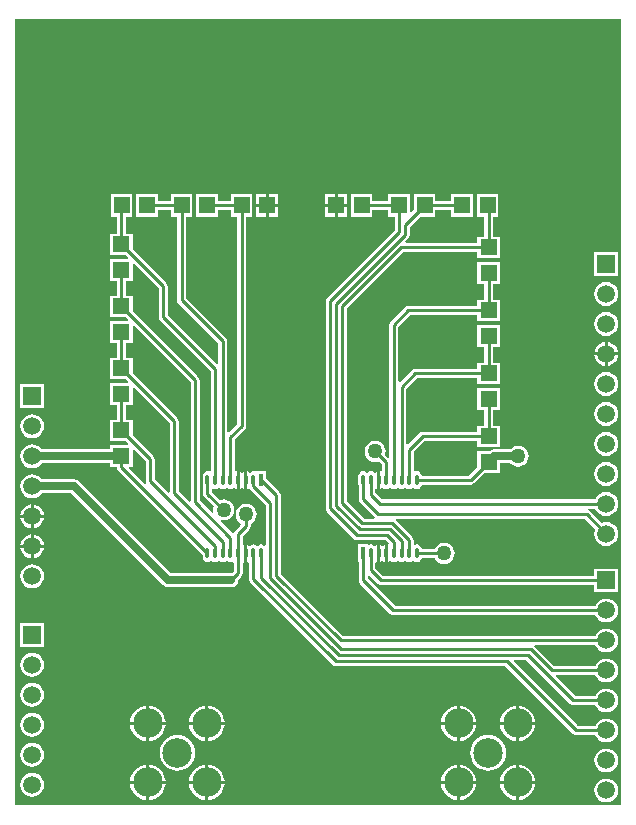
<source format=gtl>
%FSLAX25Y25*%
%MOIN*%
G70*
G01*
G75*
G04 Layer_Physical_Order=1*
G04 Layer_Color=255*
%ADD10R,0.05200X0.05600*%
%ADD11R,0.05600X0.05200*%
%ADD12O,0.01181X0.03937*%
%ADD13R,0.01181X0.03937*%
%ADD14C,0.01000*%
%ADD15C,0.02500*%
%ADD16C,0.09843*%
%ADD17R,0.05906X0.05906*%
%ADD18C,0.05906*%
%ADD19C,0.05000*%
G36*
X205000Y3000D02*
X3000D01*
Y265000D01*
X205000D01*
Y3000D01*
D02*
G37*
%LPC*%
G36*
X156688Y29815D02*
X151287D01*
Y24414D01*
X151948Y24479D01*
X153064Y24818D01*
X154093Y25368D01*
X154995Y26108D01*
X155735Y27009D01*
X156284Y28038D01*
X156623Y29154D01*
X156688Y29815D01*
D02*
G37*
G36*
X150287D02*
X144887D01*
X144952Y29154D01*
X145290Y28038D01*
X145840Y27009D01*
X146580Y26108D01*
X147482Y25368D01*
X148511Y24818D01*
X149627Y24479D01*
X150287Y24414D01*
Y29815D01*
D02*
G37*
G36*
X169973D02*
X164572D01*
X164637Y29154D01*
X164976Y28038D01*
X165525Y27009D01*
X166265Y26108D01*
X167167Y25368D01*
X168196Y24818D01*
X169312Y24479D01*
X169973Y24414D01*
Y29815D01*
D02*
G37*
G36*
X8661Y33830D02*
X7630Y33694D01*
X6668Y33295D01*
X5842Y32662D01*
X5209Y31836D01*
X4810Y30874D01*
X4674Y29843D01*
X4810Y28811D01*
X5209Y27849D01*
X5842Y27024D01*
X6668Y26390D01*
X7630Y25992D01*
X8661Y25856D01*
X9693Y25992D01*
X10655Y26390D01*
X11480Y27024D01*
X12114Y27849D01*
X12512Y28811D01*
X12648Y29843D01*
X12512Y30874D01*
X12114Y31836D01*
X11480Y32662D01*
X10655Y33295D01*
X9693Y33694D01*
X8661Y33830D01*
D02*
G37*
G36*
X176373Y29815D02*
X170973D01*
Y24414D01*
X171633Y24479D01*
X172749Y24818D01*
X173778Y25368D01*
X174680Y26108D01*
X175420Y27009D01*
X175970Y28038D01*
X176308Y29154D01*
X176373Y29815D01*
D02*
G37*
G36*
X46744D02*
X41343D01*
X41408Y29154D01*
X41747Y28038D01*
X42297Y27009D01*
X43037Y26108D01*
X43938Y25368D01*
X44967Y24818D01*
X46083Y24479D01*
X46744Y24414D01*
Y29815D01*
D02*
G37*
G36*
X8661Y23830D02*
X7630Y23694D01*
X6668Y23295D01*
X5842Y22662D01*
X5209Y21836D01*
X4810Y20875D01*
X4674Y19843D01*
X4810Y18811D01*
X5209Y17849D01*
X5842Y17023D01*
X6668Y16390D01*
X7630Y15992D01*
X8661Y15856D01*
X9693Y15992D01*
X10655Y16390D01*
X11480Y17023D01*
X12114Y17849D01*
X12512Y18811D01*
X12648Y19843D01*
X12512Y20875D01*
X12114Y21836D01*
X11480Y22662D01*
X10655Y23295D01*
X9693Y23694D01*
X8661Y23830D01*
D02*
G37*
G36*
X53145Y29815D02*
X47744D01*
Y24414D01*
X48405Y24479D01*
X49521Y24818D01*
X50550Y25368D01*
X51451Y26108D01*
X52191Y27009D01*
X52741Y28038D01*
X53080Y29154D01*
X53145Y29815D01*
D02*
G37*
G36*
X72830D02*
X67429D01*
Y24414D01*
X68090Y24479D01*
X69206Y24818D01*
X70235Y25368D01*
X71136Y26108D01*
X71876Y27009D01*
X72426Y28038D01*
X72765Y29154D01*
X72830Y29815D01*
D02*
G37*
G36*
X66429D02*
X61028D01*
X61094Y29154D01*
X61432Y28038D01*
X61982Y27009D01*
X62722Y26108D01*
X63624Y25368D01*
X64652Y24818D01*
X65768Y24479D01*
X66429Y24414D01*
Y29815D01*
D02*
G37*
G36*
X169973Y36216D02*
X169312Y36151D01*
X168196Y35812D01*
X167167Y35262D01*
X166265Y34522D01*
X165525Y33621D01*
X164976Y32592D01*
X164637Y31476D01*
X164572Y30815D01*
X169973D01*
Y36216D01*
D02*
G37*
G36*
X151287D02*
Y30815D01*
X156688D01*
X156623Y31476D01*
X156284Y32592D01*
X155735Y33621D01*
X154995Y34522D01*
X154093Y35262D01*
X153064Y35812D01*
X151948Y36151D01*
X151287Y36216D01*
D02*
G37*
G36*
X170973D02*
Y30815D01*
X176373D01*
X176308Y31476D01*
X175970Y32592D01*
X175420Y33621D01*
X174680Y34522D01*
X173778Y35262D01*
X172749Y35812D01*
X171633Y36151D01*
X170973Y36216D01*
D02*
G37*
G36*
X8661Y53829D02*
X7630Y53694D01*
X6668Y53295D01*
X5842Y52662D01*
X5209Y51836D01*
X4810Y50875D01*
X4674Y49843D01*
X4810Y48811D01*
X5209Y47849D01*
X5842Y47023D01*
X6668Y46390D01*
X7630Y45992D01*
X8661Y45856D01*
X9693Y45992D01*
X10655Y46390D01*
X11480Y47023D01*
X12114Y47849D01*
X12512Y48811D01*
X12648Y49843D01*
X12512Y50875D01*
X12114Y51836D01*
X11480Y52662D01*
X10655Y53295D01*
X9693Y53694D01*
X8661Y53829D01*
D02*
G37*
G36*
Y43830D02*
X7630Y43694D01*
X6668Y43295D01*
X5842Y42662D01*
X5209Y41836D01*
X4810Y40874D01*
X4674Y39843D01*
X4810Y38811D01*
X5209Y37849D01*
X5842Y37023D01*
X6668Y36390D01*
X7630Y35992D01*
X8661Y35856D01*
X9693Y35992D01*
X10655Y36390D01*
X11480Y37023D01*
X12114Y37849D01*
X12512Y38811D01*
X12648Y39843D01*
X12512Y40874D01*
X12114Y41836D01*
X11480Y42662D01*
X10655Y43295D01*
X9693Y43694D01*
X8661Y43830D01*
D02*
G37*
G36*
X47744Y36216D02*
Y30815D01*
X53145D01*
X53080Y31476D01*
X52741Y32592D01*
X52191Y33621D01*
X51451Y34522D01*
X50550Y35262D01*
X49521Y35812D01*
X48405Y36151D01*
X47744Y36216D01*
D02*
G37*
G36*
X46744D02*
X46083Y36151D01*
X44967Y35812D01*
X43938Y35262D01*
X43037Y34522D01*
X42297Y33621D01*
X41747Y32592D01*
X41408Y31476D01*
X41343Y30815D01*
X46744D01*
Y36216D01*
D02*
G37*
G36*
X66429D02*
X65768Y36151D01*
X64652Y35812D01*
X63624Y35262D01*
X62722Y34522D01*
X61982Y33621D01*
X61432Y32592D01*
X61094Y31476D01*
X61028Y30815D01*
X66429D01*
Y36216D01*
D02*
G37*
G36*
X150287D02*
X149627Y36151D01*
X148511Y35812D01*
X147482Y35262D01*
X146580Y34522D01*
X145840Y33621D01*
X145290Y32592D01*
X144952Y31476D01*
X144887Y30815D01*
X150287D01*
Y36216D01*
D02*
G37*
G36*
X67429D02*
Y30815D01*
X72830D01*
X72765Y31476D01*
X72426Y32592D01*
X71876Y33621D01*
X71136Y34522D01*
X70235Y35262D01*
X69206Y35812D01*
X68090Y36151D01*
X67429Y36216D01*
D02*
G37*
G36*
X160630Y26422D02*
X159469Y26308D01*
X158353Y25969D01*
X157324Y25420D01*
X156423Y24680D01*
X155683Y23778D01*
X155133Y22749D01*
X154794Y21633D01*
X154680Y20472D01*
X154794Y19312D01*
X155133Y18195D01*
X155683Y17167D01*
X156423Y16265D01*
X157324Y15525D01*
X158353Y14975D01*
X159469Y14637D01*
X160630Y14523D01*
X161791Y14637D01*
X162907Y14975D01*
X163936Y15525D01*
X164837Y16265D01*
X165577Y17167D01*
X166127Y18195D01*
X166466Y19312D01*
X166580Y20472D01*
X166466Y21633D01*
X166127Y22749D01*
X165577Y23778D01*
X164837Y24680D01*
X163936Y25420D01*
X162907Y25969D01*
X161791Y26308D01*
X160630Y26422D01*
D02*
G37*
G36*
X156688Y10130D02*
X151287D01*
Y4729D01*
X151948Y4794D01*
X153064Y5133D01*
X154093Y5683D01*
X154995Y6423D01*
X155735Y7324D01*
X156284Y8353D01*
X156623Y9469D01*
X156688Y10130D01*
D02*
G37*
G36*
X150287D02*
X144887D01*
X144952Y9469D01*
X145290Y8353D01*
X145840Y7324D01*
X146580Y6423D01*
X147482Y5683D01*
X148511Y5133D01*
X149627Y4794D01*
X150287Y4729D01*
Y10130D01*
D02*
G37*
G36*
X169973D02*
X164572D01*
X164637Y9469D01*
X164976Y8353D01*
X165525Y7324D01*
X166265Y6423D01*
X167167Y5683D01*
X168196Y5133D01*
X169312Y4794D01*
X169973Y4729D01*
Y10130D01*
D02*
G37*
G36*
X8661Y13829D02*
X7630Y13694D01*
X6668Y13295D01*
X5842Y12662D01*
X5209Y11836D01*
X4810Y10875D01*
X4674Y9843D01*
X4810Y8811D01*
X5209Y7849D01*
X5842Y7023D01*
X6668Y6390D01*
X7630Y5992D01*
X8661Y5856D01*
X9693Y5992D01*
X10655Y6390D01*
X11480Y7023D01*
X12114Y7849D01*
X12512Y8811D01*
X12648Y9843D01*
X12512Y10875D01*
X12114Y11836D01*
X11480Y12662D01*
X10655Y13295D01*
X9693Y13694D01*
X8661Y13829D01*
D02*
G37*
G36*
X176373Y10130D02*
X170973D01*
Y4729D01*
X171633Y4794D01*
X172749Y5133D01*
X173778Y5683D01*
X174680Y6423D01*
X175420Y7324D01*
X175970Y8353D01*
X176308Y9469D01*
X176373Y10130D01*
D02*
G37*
G36*
X46744D02*
X41343D01*
X41408Y9469D01*
X41747Y8353D01*
X42297Y7324D01*
X43037Y6423D01*
X43938Y5683D01*
X44967Y5133D01*
X46083Y4794D01*
X46744Y4729D01*
Y10130D01*
D02*
G37*
G36*
X200000Y11940D02*
X198968Y11804D01*
X198007Y11406D01*
X197181Y10772D01*
X196547Y9946D01*
X196149Y8985D01*
X196013Y7953D01*
X196149Y6921D01*
X196547Y5959D01*
X197181Y5134D01*
X198007Y4500D01*
X198968Y4102D01*
X200000Y3966D01*
X201032Y4102D01*
X201993Y4500D01*
X202819Y5134D01*
X203453Y5959D01*
X203851Y6921D01*
X203987Y7953D01*
X203851Y8985D01*
X203453Y9946D01*
X202819Y10772D01*
X201993Y11406D01*
X201032Y11804D01*
X200000Y11940D01*
D02*
G37*
G36*
X53145Y10130D02*
X47744D01*
Y4729D01*
X48405Y4794D01*
X49521Y5133D01*
X50550Y5683D01*
X51451Y6423D01*
X52191Y7324D01*
X52741Y8353D01*
X53080Y9469D01*
X53145Y10130D01*
D02*
G37*
G36*
X72830D02*
X67429D01*
Y4729D01*
X68090Y4794D01*
X69206Y5133D01*
X70235Y5683D01*
X71136Y6423D01*
X71876Y7324D01*
X72426Y8353D01*
X72765Y9469D01*
X72830Y10130D01*
D02*
G37*
G36*
X66429D02*
X61028D01*
X61094Y9469D01*
X61432Y8353D01*
X61982Y7324D01*
X62722Y6423D01*
X63624Y5683D01*
X64652Y5133D01*
X65768Y4794D01*
X66429Y4729D01*
Y10130D01*
D02*
G37*
G36*
X169973Y16531D02*
X169312Y16465D01*
X168196Y16127D01*
X167167Y15577D01*
X166265Y14837D01*
X165525Y13935D01*
X164976Y12907D01*
X164637Y11791D01*
X164572Y11130D01*
X169973D01*
Y16531D01*
D02*
G37*
G36*
X151287D02*
Y11130D01*
X156688D01*
X156623Y11791D01*
X156284Y12907D01*
X155735Y13935D01*
X154995Y14837D01*
X154093Y15577D01*
X153064Y16127D01*
X151948Y16465D01*
X151287Y16531D01*
D02*
G37*
G36*
X170973D02*
Y11130D01*
X176373D01*
X176308Y11791D01*
X175970Y12907D01*
X175420Y13935D01*
X174680Y14837D01*
X173778Y15577D01*
X172749Y16127D01*
X171633Y16465D01*
X170973Y16531D01*
D02*
G37*
G36*
X57087Y26422D02*
X55926Y26308D01*
X54810Y25969D01*
X53781Y25420D01*
X52879Y24680D01*
X52139Y23778D01*
X51590Y22749D01*
X51251Y21633D01*
X51137Y20472D01*
X51251Y19312D01*
X51590Y18195D01*
X52139Y17167D01*
X52879Y16265D01*
X53781Y15525D01*
X54810Y14975D01*
X55926Y14637D01*
X57087Y14523D01*
X58247Y14637D01*
X59364Y14975D01*
X60392Y15525D01*
X61294Y16265D01*
X62034Y17167D01*
X62584Y18195D01*
X62922Y19312D01*
X63037Y20472D01*
X62922Y21633D01*
X62584Y22749D01*
X62034Y23778D01*
X61294Y24680D01*
X60392Y25420D01*
X59364Y25969D01*
X58247Y26308D01*
X57087Y26422D01*
D02*
G37*
G36*
X200000Y21940D02*
X198968Y21804D01*
X198007Y21406D01*
X197181Y20772D01*
X196547Y19946D01*
X196149Y18985D01*
X196013Y17953D01*
X196149Y16921D01*
X196547Y15959D01*
X197181Y15134D01*
X198007Y14500D01*
X198968Y14102D01*
X200000Y13966D01*
X201032Y14102D01*
X201993Y14500D01*
X202819Y15134D01*
X203453Y15959D01*
X203851Y16921D01*
X203987Y17953D01*
X203851Y18985D01*
X203453Y19946D01*
X202819Y20772D01*
X201993Y21406D01*
X201032Y21804D01*
X200000Y21940D01*
D02*
G37*
G36*
X47744Y16531D02*
Y11130D01*
X53145D01*
X53080Y11791D01*
X52741Y12907D01*
X52191Y13935D01*
X51451Y14837D01*
X50550Y15577D01*
X49521Y16127D01*
X48405Y16465D01*
X47744Y16531D01*
D02*
G37*
G36*
X46744D02*
X46083Y16465D01*
X44967Y16127D01*
X43938Y15577D01*
X43037Y14837D01*
X42297Y13935D01*
X41747Y12907D01*
X41408Y11791D01*
X41343Y11130D01*
X46744D01*
Y16531D01*
D02*
G37*
G36*
X66429D02*
X65768Y16465D01*
X64652Y16127D01*
X63624Y15577D01*
X62722Y14837D01*
X61982Y13935D01*
X61432Y12907D01*
X61094Y11791D01*
X61028Y11130D01*
X66429D01*
Y16531D01*
D02*
G37*
G36*
X150287D02*
X149627Y16465D01*
X148511Y16127D01*
X147482Y15577D01*
X146580Y14837D01*
X145840Y13935D01*
X145290Y12907D01*
X144952Y11791D01*
X144887Y11130D01*
X150287D01*
Y16531D01*
D02*
G37*
G36*
X67429D02*
Y11130D01*
X72830D01*
X72765Y11791D01*
X72426Y12907D01*
X71876Y13935D01*
X71136Y14837D01*
X70235Y15577D01*
X69206Y16127D01*
X68090Y16465D01*
X67429Y16531D01*
D02*
G37*
G36*
X200500Y157386D02*
Y153965D01*
X203921D01*
X203851Y154497D01*
X203453Y155458D01*
X202819Y156284D01*
X201993Y156917D01*
X201032Y157316D01*
X200500Y157386D01*
D02*
G37*
G36*
X199500D02*
X198968Y157316D01*
X198007Y156917D01*
X197181Y156284D01*
X196547Y155458D01*
X196149Y154497D01*
X196079Y153965D01*
X199500D01*
Y157386D01*
D02*
G37*
G36*
X200000Y167452D02*
X198968Y167316D01*
X198007Y166917D01*
X197181Y166284D01*
X196547Y165458D01*
X196149Y164497D01*
X196013Y163465D01*
X196149Y162433D01*
X196547Y161471D01*
X197181Y160645D01*
X198007Y160012D01*
X198968Y159614D01*
X200000Y159478D01*
X201032Y159614D01*
X201993Y160012D01*
X202819Y160645D01*
X203453Y161471D01*
X203851Y162433D01*
X203987Y163465D01*
X203851Y164497D01*
X203453Y165458D01*
X202819Y166284D01*
X201993Y166917D01*
X201032Y167316D01*
X200000Y167452D01*
D02*
G37*
G36*
Y177452D02*
X198968Y177316D01*
X198007Y176917D01*
X197181Y176284D01*
X196547Y175458D01*
X196149Y174496D01*
X196013Y173465D01*
X196149Y172433D01*
X196547Y171471D01*
X197181Y170645D01*
X198007Y170012D01*
X198968Y169614D01*
X200000Y169478D01*
X201032Y169614D01*
X201993Y170012D01*
X202819Y170645D01*
X203453Y171471D01*
X203851Y172433D01*
X203987Y173465D01*
X203851Y174496D01*
X203453Y175458D01*
X202819Y176284D01*
X201993Y176917D01*
X201032Y177316D01*
X200000Y177452D01*
D02*
G37*
G36*
X164674Y184100D02*
X157074D01*
Y176900D01*
X159345D01*
Y171600D01*
X157074D01*
Y169529D01*
X134000D01*
X133415Y169413D01*
X132919Y169081D01*
X128155Y164318D01*
X127823Y163822D01*
X127707Y163236D01*
Y119109D01*
X127245Y118918D01*
X126312Y119851D01*
X126410Y120086D01*
X126530Y121000D01*
X126410Y121914D01*
X126057Y122765D01*
X125496Y123496D01*
X124765Y124057D01*
X123914Y124410D01*
X123000Y124530D01*
X122086Y124410D01*
X121235Y124057D01*
X120504Y123496D01*
X119943Y122765D01*
X119590Y121914D01*
X119470Y121000D01*
X119590Y120086D01*
X119943Y119235D01*
X120504Y118504D01*
X121235Y117943D01*
X122086Y117590D01*
X123000Y117470D01*
X123914Y117590D01*
X124149Y117688D01*
X125148Y116689D01*
Y114504D01*
X124739Y114286D01*
X124618Y114310D01*
Y111409D01*
Y108509D01*
X124739Y108533D01*
X125265Y108885D01*
X125530D01*
X126057Y108533D01*
X126677Y108410D01*
X127298Y108533D01*
X127824Y108885D01*
X128090D01*
X128616Y108533D01*
X129236Y108410D01*
X129857Y108533D01*
X130383Y108885D01*
X130649D01*
X131175Y108533D01*
X131795Y108410D01*
X132416Y108533D01*
X132942Y108885D01*
X133208D01*
X133734Y108533D01*
X134354Y108410D01*
X134975Y108533D01*
X135501Y108885D01*
X135767D01*
X136293Y108533D01*
X136914Y108410D01*
X137534Y108533D01*
X138060Y108885D01*
X138412Y109411D01*
X138505Y109880D01*
X154783D01*
X155369Y109996D01*
X155865Y110328D01*
X155865Y110328D01*
X155865Y110328D01*
X159437Y113900D01*
X164674D01*
Y117076D01*
X167979D01*
X168134Y116874D01*
X168865Y116313D01*
X169716Y115960D01*
X170630Y115840D01*
X171544Y115960D01*
X172395Y116313D01*
X173126Y116874D01*
X173687Y117605D01*
X174040Y118456D01*
X174160Y119370D01*
X174040Y120284D01*
X173687Y121135D01*
X173126Y121866D01*
X172395Y122427D01*
X171544Y122780D01*
X170630Y122900D01*
X169716Y122780D01*
X168865Y122427D01*
X168134Y121866D01*
X167979Y121664D01*
X162744D01*
X161866Y121490D01*
X161283Y121100D01*
X157074D01*
Y115863D01*
X154150Y112939D01*
X138505D01*
X138412Y113408D01*
X138060Y113934D01*
X137534Y114286D01*
X136914Y114409D01*
X136293Y114286D01*
X135884Y114504D01*
Y120925D01*
X139429Y124471D01*
X157074D01*
Y122400D01*
X164674D01*
Y129600D01*
X162403D01*
Y134900D01*
X164674D01*
Y142100D01*
X157074D01*
Y134900D01*
X159345D01*
Y129600D01*
X157074D01*
Y127529D01*
X138795D01*
X138210Y127413D01*
X137714Y127081D01*
X133787Y123154D01*
X133325Y123346D01*
Y141926D01*
X136870Y145471D01*
X157074D01*
Y143400D01*
X164674D01*
Y150600D01*
X162403D01*
Y155900D01*
X164674D01*
Y163100D01*
X157074D01*
Y155900D01*
X159345D01*
Y150600D01*
X157074D01*
Y148529D01*
X136236D01*
X135651Y148413D01*
X135155Y148081D01*
X131228Y144154D01*
X130766Y144346D01*
Y162603D01*
X134634Y166471D01*
X157074D01*
Y164400D01*
X164674D01*
Y171600D01*
X162403D01*
Y176900D01*
X164674D01*
Y184100D01*
D02*
G37*
G36*
X12614Y143323D02*
X4709D01*
Y135417D01*
X12614D01*
Y143323D01*
D02*
G37*
G36*
X200000Y137452D02*
X198968Y137316D01*
X198007Y136917D01*
X197181Y136284D01*
X196547Y135458D01*
X196149Y134496D01*
X196013Y133465D01*
X196149Y132433D01*
X196547Y131471D01*
X197181Y130646D01*
X198007Y130012D01*
X198968Y129614D01*
X200000Y129478D01*
X201032Y129614D01*
X201993Y130012D01*
X202819Y130646D01*
X203453Y131471D01*
X203851Y132433D01*
X203987Y133465D01*
X203851Y134496D01*
X203453Y135458D01*
X202819Y136284D01*
X201993Y136917D01*
X201032Y137316D01*
X200000Y137452D01*
D02*
G37*
G36*
Y147451D02*
X198968Y147316D01*
X198007Y146917D01*
X197181Y146284D01*
X196547Y145458D01*
X196149Y144497D01*
X196013Y143465D01*
X196149Y142433D01*
X196547Y141471D01*
X197181Y140646D01*
X198007Y140012D01*
X198968Y139614D01*
X200000Y139478D01*
X201032Y139614D01*
X201993Y140012D01*
X202819Y140646D01*
X203453Y141471D01*
X203851Y142433D01*
X203987Y143465D01*
X203851Y144497D01*
X203453Y145458D01*
X202819Y146284D01*
X201993Y146917D01*
X201032Y147316D01*
X200000Y147451D01*
D02*
G37*
G36*
X203921Y152965D02*
X200500D01*
Y149544D01*
X201032Y149614D01*
X201993Y150012D01*
X202819Y150645D01*
X203453Y151471D01*
X203851Y152433D01*
X203921Y152965D01*
D02*
G37*
G36*
X199500D02*
X196079D01*
X196149Y152433D01*
X196547Y151471D01*
X197181Y150645D01*
X198007Y150012D01*
X198968Y149614D01*
X199500Y149544D01*
Y152965D01*
D02*
G37*
G36*
X203953Y187417D02*
X196047D01*
Y179512D01*
X203953D01*
Y187417D01*
D02*
G37*
G36*
X113600Y206800D02*
X110500D01*
Y203500D01*
X113600D01*
Y206800D01*
D02*
G37*
G36*
X109500D02*
X106400D01*
Y203500D01*
X109500D01*
Y206800D01*
D02*
G37*
G36*
X86500Y206800D02*
X83400D01*
Y203500D01*
X86500D01*
Y206800D01*
D02*
G37*
G36*
X82100D02*
X74900D01*
Y204530D01*
X70600D01*
Y206800D01*
X63400D01*
Y199200D01*
X70600D01*
Y201471D01*
X74900D01*
Y199200D01*
X76971D01*
Y130134D01*
X74196Y127359D01*
X73734Y127550D01*
Y157795D01*
X73618Y158380D01*
X73286Y158877D01*
X60029Y172134D01*
Y199200D01*
X62100D01*
Y206800D01*
X54900D01*
Y204530D01*
X50600D01*
Y206800D01*
X43400D01*
Y199200D01*
X50600D01*
Y201471D01*
X54900D01*
Y199200D01*
X56971D01*
Y171500D01*
X56971Y171500D01*
X56971D01*
X57087Y170915D01*
X57419Y170419D01*
X70675Y157162D01*
Y150141D01*
X70213Y149950D01*
X53868Y166295D01*
Y176000D01*
X53752Y176585D01*
X53420Y177081D01*
X42170Y188331D01*
Y193569D01*
X39899D01*
Y199200D01*
X42100D01*
Y206800D01*
X34900D01*
Y199200D01*
X36841D01*
Y193569D01*
X34570D01*
Y186369D01*
X39807D01*
X40645Y185530D01*
X40454Y185069D01*
X34570D01*
Y177869D01*
X36841D01*
Y172902D01*
X34570D01*
Y165702D01*
X39807D01*
X40645Y164864D01*
X40454Y164402D01*
X34570D01*
Y157202D01*
X36841D01*
Y152235D01*
X34570D01*
Y145035D01*
X39807D01*
X40645Y144197D01*
X40454Y143735D01*
X34570D01*
Y136535D01*
X36841D01*
Y131569D01*
X34570D01*
Y124369D01*
X39807D01*
X40645Y123530D01*
X40454Y123069D01*
X34570D01*
Y121664D01*
X11883D01*
X11480Y122189D01*
X10655Y122823D01*
X9693Y123221D01*
X8661Y123357D01*
X7630Y123221D01*
X6668Y122823D01*
X5842Y122189D01*
X5209Y121363D01*
X4810Y120402D01*
X4674Y119370D01*
X4810Y118338D01*
X5209Y117377D01*
X5842Y116551D01*
X6668Y115917D01*
X7630Y115519D01*
X8661Y115383D01*
X9693Y115519D01*
X10655Y115917D01*
X11480Y116551D01*
X11883Y117076D01*
X34570D01*
Y115869D01*
X36841D01*
Y115717D01*
X36957Y115131D01*
X37289Y114635D01*
X65465Y86459D01*
Y85622D01*
X65588Y85001D01*
X65940Y84475D01*
X66466Y84124D01*
X67086Y84000D01*
X67707Y84124D01*
X68233Y84475D01*
X68499D01*
X69025Y84124D01*
X69646Y84000D01*
X70266Y84124D01*
X70792Y84475D01*
X71058D01*
X71584Y84124D01*
X72205Y84000D01*
X72825Y84124D01*
X73351Y84475D01*
X73617D01*
X74143Y84124D01*
X74764Y84000D01*
X75384Y84124D01*
X75793Y83905D01*
Y80956D01*
X75109Y80272D01*
X75000Y80294D01*
X54950D01*
X24252Y110992D01*
X23508Y111489D01*
X22630Y111664D01*
X11883D01*
X11480Y112189D01*
X10655Y112823D01*
X9693Y113221D01*
X8661Y113357D01*
X7630Y113221D01*
X6668Y112823D01*
X5842Y112189D01*
X5209Y111363D01*
X4810Y110402D01*
X4674Y109370D01*
X4810Y108338D01*
X5209Y107377D01*
X5842Y106551D01*
X6668Y105917D01*
X7630Y105519D01*
X8661Y105383D01*
X9693Y105519D01*
X10655Y105917D01*
X11480Y106551D01*
X11883Y107076D01*
X21680D01*
X52378Y76378D01*
X52378D01*
X52378Y76378D01*
X52378Y76378D01*
Y76378D01*
X53122Y75881D01*
X54000Y75706D01*
X75000D01*
X75878Y75881D01*
X76622Y76378D01*
X77119Y77122D01*
X77294Y78000D01*
X77272Y78109D01*
X78404Y79242D01*
X78736Y79738D01*
X78755Y79835D01*
X78852Y80323D01*
Y83905D01*
X79261Y84124D01*
X79382Y84100D01*
Y87000D01*
Y89900D01*
X79261Y89876D01*
X78852Y90095D01*
Y92689D01*
X81081Y94919D01*
X81413Y95415D01*
X81529Y96000D01*
X81529Y96000D01*
X81529Y96000D01*
Y96000D01*
Y96845D01*
X81765Y96943D01*
X82496Y97504D01*
X83057Y98235D01*
X83410Y99086D01*
X83530Y100000D01*
X83410Y100914D01*
X83057Y101765D01*
X82496Y102496D01*
X81765Y103057D01*
X80914Y103410D01*
X80000Y103530D01*
X79086Y103410D01*
X78235Y103057D01*
X77504Y102496D01*
X76943Y101765D01*
X76590Y100914D01*
X76470Y100000D01*
X76590Y99086D01*
X76943Y98235D01*
X77504Y97504D01*
X78235Y96943D01*
X77850Y96013D01*
X76241Y94404D01*
X75910Y93908D01*
X75905Y93882D01*
X75426Y93737D01*
X71541Y97622D01*
X71762Y98070D01*
X72496Y97974D01*
X73410Y98094D01*
X74261Y98447D01*
X74993Y99007D01*
X75554Y99739D01*
X75906Y100590D01*
X76026Y101504D01*
X75906Y102418D01*
X75554Y103269D01*
X74993Y104000D01*
X74261Y104561D01*
X73410Y104914D01*
X72496Y105034D01*
X71583Y104914D01*
X71347Y104816D01*
X68616Y107547D01*
Y108315D01*
X69025Y108533D01*
X69646Y108410D01*
X70266Y108533D01*
X70792Y108885D01*
X71058D01*
X71584Y108533D01*
X72205Y108410D01*
X72825Y108533D01*
X73351Y108885D01*
X73617D01*
X74143Y108533D01*
X74764Y108410D01*
X75384Y108533D01*
X75910Y108885D01*
X76176D01*
X76702Y108533D01*
X76823Y108509D01*
Y111409D01*
Y114310D01*
X76702Y114286D01*
X76293Y114504D01*
Y125130D01*
X79581Y128419D01*
X79913Y128915D01*
X80029Y129500D01*
X80029Y129500D01*
X80029Y129500D01*
Y129500D01*
Y199200D01*
X82100D01*
Y206800D01*
D02*
G37*
G36*
X90600D02*
X87500D01*
Y203500D01*
X90600D01*
Y206800D01*
D02*
G37*
G36*
X113600Y202500D02*
X110500D01*
Y199200D01*
X113600D01*
Y202500D01*
D02*
G37*
G36*
X109500D02*
X106400D01*
Y199200D01*
X109500D01*
Y202500D01*
D02*
G37*
G36*
X164100Y206800D02*
X156900D01*
Y199200D01*
X159345D01*
Y192600D01*
X157074D01*
Y190529D01*
X133174D01*
X132983Y190991D01*
X134081Y192090D01*
X134413Y192586D01*
X134529Y193172D01*
X134529Y193172D01*
X134529Y193172D01*
Y193172D01*
Y195867D01*
X137863Y199200D01*
X143100D01*
Y201471D01*
X148400D01*
Y199200D01*
X155600D01*
Y206800D01*
X148400D01*
Y204529D01*
X143100D01*
Y206800D01*
X135900D01*
Y201563D01*
X135062Y200725D01*
X134600Y200916D01*
Y206800D01*
X127400D01*
Y204529D01*
X122100D01*
Y206800D01*
X114900D01*
Y199200D01*
X122100D01*
Y201470D01*
X127400D01*
Y199200D01*
X129471D01*
Y194633D01*
X106919Y172081D01*
X106587Y171585D01*
X106471Y171000D01*
Y102000D01*
X106587Y101415D01*
X106919Y100919D01*
X115919Y91919D01*
X115919D01*
X115919Y91919D01*
X115919Y91918D01*
Y91919D01*
X116415Y91587D01*
X117000Y91471D01*
X126366D01*
X127516Y90321D01*
X127281Y89880D01*
X127177Y89900D01*
Y87000D01*
Y84100D01*
X127298Y84124D01*
X127824Y84475D01*
X128090D01*
X128616Y84124D01*
X129236Y84000D01*
X129857Y84124D01*
X130383Y84475D01*
X130649D01*
X131175Y84124D01*
X131795Y84000D01*
X132416Y84124D01*
X132942Y84475D01*
X133208D01*
X133734Y84124D01*
X134354Y84000D01*
X134975Y84124D01*
X135501Y84475D01*
X135767D01*
X136293Y84124D01*
X136914Y84000D01*
X137534Y84124D01*
X138060Y84475D01*
X138412Y85001D01*
X138505Y85471D01*
X142845D01*
X142943Y85235D01*
X143504Y84504D01*
X144235Y83943D01*
X145086Y83590D01*
X146000Y83470D01*
X146914Y83590D01*
X147765Y83943D01*
X148496Y84504D01*
X149057Y85235D01*
X149410Y86086D01*
X149530Y87000D01*
X149410Y87914D01*
X149057Y88765D01*
X148496Y89496D01*
X147765Y90057D01*
X146914Y90410D01*
X146000Y90530D01*
X145086Y90410D01*
X144235Y90057D01*
X143504Y89496D01*
X142943Y88765D01*
X142845Y88529D01*
X138505D01*
X138412Y88999D01*
X138060Y89525D01*
X137534Y89876D01*
X136914Y90000D01*
X136293Y89876D01*
X135884Y90095D01*
Y91303D01*
X135767Y91888D01*
X135436Y92384D01*
X129811Y98009D01*
X130002Y98471D01*
X192831D01*
X196341Y94960D01*
X196149Y94497D01*
X196013Y93465D01*
X196149Y92433D01*
X196547Y91471D01*
X197181Y90645D01*
X198007Y90012D01*
X198968Y89614D01*
X200000Y89478D01*
X201032Y89614D01*
X201993Y90012D01*
X202819Y90645D01*
X203453Y91471D01*
X203851Y92433D01*
X203987Y93465D01*
X203851Y94497D01*
X203453Y95458D01*
X202819Y96284D01*
X201993Y96917D01*
X201032Y97316D01*
X200000Y97452D01*
X198968Y97316D01*
X198504Y97123D01*
X194546Y101081D01*
X194050Y101413D01*
X193926Y101438D01*
X193975Y101935D01*
X196355D01*
X196547Y101471D01*
X197181Y100645D01*
X198007Y100012D01*
X198968Y99614D01*
X200000Y99478D01*
X201032Y99614D01*
X201993Y100012D01*
X202819Y100645D01*
X203453Y101471D01*
X203851Y102433D01*
X203987Y103465D01*
X203851Y104497D01*
X203453Y105458D01*
X202819Y106284D01*
X201993Y106917D01*
X201032Y107316D01*
X200000Y107451D01*
X198968Y107316D01*
X198007Y106917D01*
X197181Y106284D01*
X196547Y105458D01*
X196355Y104994D01*
X125169D01*
X123089Y107074D01*
Y108315D01*
X123497Y108533D01*
X123618Y108509D01*
Y111409D01*
Y114310D01*
X123497Y114286D01*
X122971Y113934D01*
X122706D01*
X122180Y114286D01*
X121559Y114409D01*
X120939Y114286D01*
X120412Y113934D01*
X120147D01*
X119621Y114286D01*
X119000Y114409D01*
X118379Y114286D01*
X117853Y113934D01*
X117502Y113408D01*
X117378Y112787D01*
Y110031D01*
X117471Y109567D01*
Y105000D01*
X117471Y105000D01*
X117471D01*
X117587Y104415D01*
X117919Y103919D01*
X122846Y98991D01*
X122654Y98529D01*
X119290D01*
X113529Y104290D01*
Y168710D01*
X132290Y187471D01*
X157074D01*
Y185400D01*
X164674D01*
Y192600D01*
X162403D01*
Y199200D01*
X164100D01*
Y206800D01*
D02*
G37*
G36*
X90600Y202500D02*
X87500D01*
Y199200D01*
X90600D01*
Y202500D01*
D02*
G37*
G36*
X86500D02*
X83400D01*
Y199200D01*
X86500D01*
Y202500D01*
D02*
G37*
G36*
X8161Y93291D02*
X7630Y93221D01*
X6668Y92823D01*
X5842Y92189D01*
X5209Y91363D01*
X4810Y90402D01*
X4740Y89870D01*
X8161D01*
Y93291D01*
D02*
G37*
G36*
X121559Y90000D02*
X120939Y89876D01*
X120861Y89824D01*
X120591Y89969D01*
Y89969D01*
X120591Y89969D01*
X117410D01*
Y84032D01*
X117471D01*
Y78000D01*
X117471Y78000D01*
X117471D01*
X117587Y77415D01*
X117919Y76919D01*
X127966Y66871D01*
X127966D01*
X127966Y66871D01*
X127966Y66871D01*
Y66871D01*
X128462Y66540D01*
X129047Y66423D01*
X196355D01*
X196547Y65959D01*
X197181Y65134D01*
X198007Y64500D01*
X198968Y64102D01*
X200000Y63966D01*
X201032Y64102D01*
X201993Y64500D01*
X202819Y65134D01*
X203453Y65959D01*
X203851Y66921D01*
X203987Y67953D01*
X203851Y68985D01*
X203453Y69946D01*
X202819Y70772D01*
X201993Y71406D01*
X201032Y71804D01*
X200000Y71940D01*
X198968Y71804D01*
X198007Y71406D01*
X197181Y70772D01*
X196547Y69946D01*
X196355Y69482D01*
X129681D01*
X120529Y78633D01*
Y79654D01*
X120991Y79846D01*
X123966Y76871D01*
X123966D01*
X123966Y76871D01*
X123966Y76871D01*
Y76871D01*
X124462Y76540D01*
X125047Y76423D01*
X196047D01*
Y74000D01*
X203953D01*
Y81906D01*
X196047D01*
Y79482D01*
X125681D01*
X123089Y82074D01*
Y83905D01*
X123497Y84124D01*
X123618Y84100D01*
Y87000D01*
Y89900D01*
X123497Y89876D01*
X122971Y89525D01*
X122706D01*
X122180Y89876D01*
X121559Y90000D01*
D02*
G37*
G36*
X9161Y93291D02*
Y89870D01*
X12582D01*
X12512Y90402D01*
X12114Y91363D01*
X11480Y92189D01*
X10655Y92823D01*
X9693Y93221D01*
X9161Y93291D01*
D02*
G37*
G36*
X12582Y98870D02*
X9161D01*
Y95449D01*
X9693Y95519D01*
X10655Y95917D01*
X11480Y96551D01*
X12114Y97377D01*
X12512Y98338D01*
X12582Y98870D01*
D02*
G37*
G36*
X8161D02*
X4740D01*
X4810Y98338D01*
X5209Y97377D01*
X5842Y96551D01*
X6668Y95917D01*
X7630Y95519D01*
X8161Y95449D01*
Y98870D01*
D02*
G37*
G36*
X8661Y83357D02*
X7630Y83221D01*
X6668Y82823D01*
X5842Y82189D01*
X5209Y81363D01*
X4810Y80402D01*
X4674Y79370D01*
X4810Y78338D01*
X5209Y77377D01*
X5842Y76551D01*
X6668Y75917D01*
X7630Y75519D01*
X8661Y75383D01*
X9693Y75519D01*
X10655Y75917D01*
X11480Y76551D01*
X12114Y77377D01*
X12512Y78338D01*
X12648Y79370D01*
X12512Y80402D01*
X12114Y81363D01*
X11480Y82189D01*
X10655Y82823D01*
X9693Y83221D01*
X8661Y83357D01*
D02*
G37*
G36*
X12614Y63795D02*
X4709D01*
Y55890D01*
X12614D01*
Y63795D01*
D02*
G37*
G36*
X8161Y88870D02*
X4740D01*
X4810Y88338D01*
X5209Y87377D01*
X5842Y86551D01*
X6668Y85917D01*
X7630Y85519D01*
X8161Y85449D01*
Y88870D01*
D02*
G37*
G36*
X126177Y89900D02*
X126057Y89876D01*
X125530Y89525D01*
X125265D01*
X124739Y89876D01*
X124618Y89900D01*
Y87000D01*
Y84100D01*
X124739Y84124D01*
X125265Y84475D01*
X125530D01*
X126057Y84124D01*
X126177Y84100D01*
Y87000D01*
Y89900D01*
D02*
G37*
G36*
X12582Y88870D02*
X9161D01*
Y85449D01*
X9693Y85519D01*
X10655Y85917D01*
X11480Y86551D01*
X12114Y87377D01*
X12512Y88338D01*
X12582Y88870D01*
D02*
G37*
G36*
X8161Y103291D02*
X7630Y103221D01*
X6668Y102823D01*
X5842Y102189D01*
X5209Y101363D01*
X4810Y100402D01*
X4740Y99870D01*
X8161D01*
Y103291D01*
D02*
G37*
G36*
X200000Y117452D02*
X198968Y117316D01*
X198007Y116917D01*
X197181Y116284D01*
X196547Y115458D01*
X196149Y114497D01*
X196013Y113465D01*
X196149Y112433D01*
X196547Y111471D01*
X197181Y110645D01*
X198007Y110012D01*
X198968Y109614D01*
X200000Y109478D01*
X201032Y109614D01*
X201993Y110012D01*
X202819Y110645D01*
X203453Y111471D01*
X203851Y112433D01*
X203987Y113465D01*
X203851Y114497D01*
X203453Y115458D01*
X202819Y116284D01*
X201993Y116917D01*
X201032Y117316D01*
X200000Y117452D01*
D02*
G37*
G36*
X79382Y114310D02*
X79261Y114286D01*
X78735Y113934D01*
X78470D01*
X77943Y114286D01*
X77823Y114310D01*
Y111409D01*
Y108509D01*
X77943Y108533D01*
X78470Y108885D01*
X78735D01*
X79261Y108533D01*
X79382Y108509D01*
Y111409D01*
Y114310D01*
D02*
G37*
G36*
X82441Y114409D02*
X81820Y114286D01*
X81294Y113934D01*
X81029D01*
X80502Y114286D01*
X80382Y114310D01*
Y111409D01*
Y108509D01*
X80502Y108533D01*
X80860Y108772D01*
X81028Y108703D01*
X81359Y108207D01*
X86471Y103095D01*
Y89839D01*
X86030Y89603D01*
X85620Y89876D01*
X85000Y90000D01*
X84379Y89876D01*
X83853Y89525D01*
X83588D01*
X83061Y89876D01*
X82441Y90000D01*
X81820Y89876D01*
X81294Y89525D01*
X81029D01*
X80502Y89876D01*
X80382Y89900D01*
Y87000D01*
Y84100D01*
X80502Y84124D01*
X80911Y83905D01*
Y78559D01*
X80911Y78559D01*
X80911D01*
X81028Y77974D01*
X81359Y77478D01*
X108919Y49919D01*
X109415Y49587D01*
X109512Y49568D01*
X110000Y49471D01*
X166367D01*
X188966Y26871D01*
X189462Y26540D01*
X190047Y26423D01*
X196355D01*
X196547Y25959D01*
X197181Y25134D01*
X198007Y24500D01*
X198968Y24102D01*
X200000Y23966D01*
X201032Y24102D01*
X201993Y24500D01*
X202819Y25134D01*
X203453Y25959D01*
X203851Y26921D01*
X203987Y27953D01*
X203851Y28985D01*
X203453Y29946D01*
X202819Y30772D01*
X201993Y31405D01*
X201032Y31804D01*
X200000Y31940D01*
X198968Y31804D01*
X198007Y31405D01*
X197181Y30772D01*
X196547Y29946D01*
X196355Y29482D01*
X190681D01*
X169154Y51009D01*
X169346Y51471D01*
X173366D01*
X187966Y36871D01*
X188462Y36540D01*
X188559Y36520D01*
X189047Y36423D01*
X196355D01*
X196547Y35959D01*
X197181Y35134D01*
X198007Y34500D01*
X198968Y34102D01*
X200000Y33966D01*
X201032Y34102D01*
X201993Y34500D01*
X202819Y35134D01*
X203453Y35959D01*
X203851Y36921D01*
X203987Y37953D01*
X203851Y38985D01*
X203453Y39946D01*
X202819Y40772D01*
X201993Y41405D01*
X201032Y41804D01*
X200000Y41940D01*
X198968Y41804D01*
X198007Y41405D01*
X197181Y40772D01*
X196547Y39946D01*
X196355Y39482D01*
X189681D01*
X183201Y45961D01*
X183393Y46423D01*
X196355D01*
X196547Y45959D01*
X197181Y45134D01*
X198007Y44500D01*
X198968Y44102D01*
X200000Y43966D01*
X201032Y44102D01*
X201993Y44500D01*
X202819Y45134D01*
X203453Y45959D01*
X203851Y46921D01*
X203987Y47953D01*
X203851Y48985D01*
X203453Y49946D01*
X202819Y50772D01*
X201993Y51406D01*
X201032Y51804D01*
X200000Y51940D01*
X198968Y51804D01*
X198007Y51406D01*
X197181Y50772D01*
X196547Y49946D01*
X196355Y49482D01*
X182509D01*
X176030Y55962D01*
X176221Y56423D01*
X196355D01*
X196547Y55959D01*
X197181Y55134D01*
X198007Y54500D01*
X198968Y54102D01*
X200000Y53966D01*
X201032Y54102D01*
X201993Y54500D01*
X202819Y55134D01*
X203453Y55959D01*
X203851Y56921D01*
X203987Y57953D01*
X203851Y58985D01*
X203453Y59946D01*
X202819Y60772D01*
X201993Y61405D01*
X201032Y61804D01*
X200000Y61940D01*
X198968Y61804D01*
X198007Y61405D01*
X197181Y60772D01*
X196547Y59946D01*
X196355Y59482D01*
X112166D01*
X91529Y80119D01*
Y106409D01*
X91413Y106995D01*
X91081Y107491D01*
X86590Y111982D01*
Y114378D01*
X83409D01*
X83409Y114378D01*
Y114378D01*
X83139Y114234D01*
X83061Y114286D01*
X82441Y114409D01*
D02*
G37*
G36*
X8661Y133357D02*
X7630Y133221D01*
X6668Y132823D01*
X5842Y132189D01*
X5209Y131363D01*
X4810Y130402D01*
X4674Y129370D01*
X4810Y128338D01*
X5209Y127377D01*
X5842Y126551D01*
X6668Y125917D01*
X7630Y125519D01*
X8661Y125383D01*
X9693Y125519D01*
X10655Y125917D01*
X11480Y126551D01*
X12114Y127377D01*
X12512Y128338D01*
X12648Y129370D01*
X12512Y130402D01*
X12114Y131363D01*
X11480Y132189D01*
X10655Y132823D01*
X9693Y133221D01*
X8661Y133357D01*
D02*
G37*
G36*
X9161Y103291D02*
Y99870D01*
X12582D01*
X12512Y100402D01*
X12114Y101363D01*
X11480Y102189D01*
X10655Y102823D01*
X9693Y103221D01*
X9161Y103291D01*
D02*
G37*
G36*
X200000Y127452D02*
X198968Y127316D01*
X198007Y126917D01*
X197181Y126284D01*
X196547Y125458D01*
X196149Y124496D01*
X196013Y123465D01*
X196149Y122433D01*
X196547Y121471D01*
X197181Y120645D01*
X198007Y120012D01*
X198968Y119614D01*
X200000Y119478D01*
X201032Y119614D01*
X201993Y120012D01*
X202819Y120645D01*
X203453Y121471D01*
X203851Y122433D01*
X203987Y123465D01*
X203851Y124496D01*
X203453Y125458D01*
X202819Y126284D01*
X201993Y126917D01*
X201032Y127316D01*
X200000Y127452D01*
D02*
G37*
%LPD*%
G36*
X50809Y175366D02*
Y165661D01*
X50809Y165661D01*
X50809D01*
X50926Y165076D01*
X51257Y164580D01*
X68116Y147721D01*
Y114504D01*
X67707Y114286D01*
X67086Y114409D01*
X66466Y114286D01*
X65940Y113934D01*
X65588Y113408D01*
X65465Y112787D01*
Y110031D01*
X65557Y109567D01*
Y106913D01*
X65557Y106913D01*
X65557D01*
X65674Y106328D01*
X66005Y105832D01*
X69184Y102653D01*
X69086Y102418D01*
X68966Y101504D01*
X69063Y100770D01*
X68614Y100549D01*
X64529Y104633D01*
Y144672D01*
X64413Y145257D01*
X64081Y145753D01*
X42170Y167665D01*
Y172902D01*
X39899D01*
Y177869D01*
X42170D01*
Y183352D01*
X42632Y183544D01*
X50809Y175366D01*
D02*
G37*
G36*
X61471Y144038D02*
Y104346D01*
X61009Y104154D01*
X57529Y107633D01*
Y131005D01*
X57413Y131590D01*
X57081Y132087D01*
X42170Y146998D01*
Y152235D01*
X39899D01*
Y157202D01*
X42170D01*
Y162686D01*
X42632Y162877D01*
X61471Y144038D01*
D02*
G37*
G36*
X54471Y130372D02*
Y107346D01*
X54009Y107154D01*
X49529Y111634D01*
Y118339D01*
X49413Y118924D01*
X49081Y119420D01*
X42170Y126331D01*
Y131569D01*
X39899D01*
Y136535D01*
X42170D01*
Y142019D01*
X42632Y142210D01*
X54471Y130372D01*
D02*
G37*
G36*
X46471Y117705D02*
Y111000D01*
X46471Y111000D01*
X46471D01*
X46587Y110415D01*
X46685Y110268D01*
X46298Y109951D01*
X40843Y115407D01*
X41034Y115869D01*
X42170D01*
Y121352D01*
X42632Y121544D01*
X46471Y117705D01*
D02*
G37*
D10*
X87000Y203000D02*
D03*
X78500D02*
D03*
X110000Y203000D02*
D03*
X118500D02*
D03*
X67000Y203000D02*
D03*
X58500D02*
D03*
X131000Y203000D02*
D03*
X139500D02*
D03*
X47000Y203000D02*
D03*
X38500D02*
D03*
X152000Y203000D02*
D03*
X160500D02*
D03*
D11*
X38370Y189969D02*
D03*
Y181469D02*
D03*
X160874Y189000D02*
D03*
Y180500D02*
D03*
X38370Y169302D02*
D03*
Y160802D02*
D03*
X160874Y168000D02*
D03*
Y159500D02*
D03*
X38370Y148635D02*
D03*
Y140135D02*
D03*
X160874Y147000D02*
D03*
Y138500D02*
D03*
X38370Y127969D02*
D03*
Y119469D02*
D03*
X160874Y126000D02*
D03*
Y117500D02*
D03*
D12*
X136914Y111409D02*
D03*
X134354D02*
D03*
X131795D02*
D03*
X129236D02*
D03*
X126677D02*
D03*
X124118D02*
D03*
X121559D02*
D03*
X119000D02*
D03*
X136914Y87000D02*
D03*
X134354D02*
D03*
X131795D02*
D03*
X129236D02*
D03*
X126677D02*
D03*
X124118D02*
D03*
X121559D02*
D03*
X82441Y111409D02*
D03*
X79882D02*
D03*
X77323D02*
D03*
X74764D02*
D03*
X72205D02*
D03*
X69646D02*
D03*
X67086D02*
D03*
X85000Y87000D02*
D03*
X82441D02*
D03*
X79882D02*
D03*
X77323D02*
D03*
X74764D02*
D03*
X72205D02*
D03*
X69646D02*
D03*
X67086D02*
D03*
D13*
X119000D02*
D03*
X85000Y111409D02*
D03*
D14*
X38370Y127969D02*
Y140135D01*
Y148635D02*
Y160802D01*
Y169302D02*
Y181469D01*
Y189969D02*
Y202135D01*
X160874Y189000D02*
Y201500D01*
Y168000D02*
Y180500D01*
Y147000D02*
Y159500D01*
Y126000D02*
Y138500D01*
X47000Y203000D02*
X58500D01*
X67000D02*
X78500D01*
X118500Y203000D02*
X131000D01*
X139500Y203000D02*
X152000D01*
X78500Y129500D02*
Y203000D01*
X74764Y125764D02*
X78500Y129500D01*
X74764Y111409D02*
Y125764D01*
X58500Y171500D02*
Y203000D01*
Y171500D02*
X72205Y157795D01*
Y111409D02*
Y157795D01*
X38370Y189969D02*
X52339Y176000D01*
Y165661D02*
Y176000D01*
Y165661D02*
X69646Y148354D01*
Y111409D02*
Y148354D01*
X38370Y169302D02*
X63000Y144672D01*
Y104000D02*
Y144672D01*
Y104000D02*
X74764Y92236D01*
Y87000D02*
Y92236D01*
X38370Y148635D02*
X56000Y131005D01*
Y107000D02*
Y131005D01*
Y107000D02*
X72205Y90795D01*
Y87000D02*
Y90795D01*
X69646Y87000D02*
Y89354D01*
X48000Y111000D02*
X69646Y89354D01*
X48000Y111000D02*
Y118339D01*
X38370Y127969D02*
X48000Y118339D01*
X38370Y115717D02*
Y119469D01*
Y115717D02*
X67086Y87000D01*
X190047Y27953D02*
X200000D01*
X167000Y51000D02*
X190047Y27953D01*
X110000Y51000D02*
X167000D01*
X82441Y78559D02*
X110000Y51000D01*
X82441Y78559D02*
Y87000D01*
X85000Y78829D02*
Y87000D01*
Y78829D02*
X110828Y53000D01*
X174000D01*
X189047Y37953D01*
X200000D01*
X181876Y47953D02*
X200000D01*
X174828Y55000D02*
X181876Y47953D01*
X111657Y55000D02*
X174828D01*
X88000Y78657D02*
X111657Y55000D01*
X88000Y78657D02*
Y103729D01*
X82441Y109288D02*
X88000Y103729D01*
X82441Y109288D02*
Y111409D01*
X111532Y57953D02*
X200000D01*
X90000Y79485D02*
X111532Y57953D01*
X90000Y79485D02*
Y106409D01*
X85000Y111409D02*
X90000Y106409D01*
X67086Y106913D02*
Y111409D01*
Y106913D02*
X72496Y101504D01*
X75000Y78000D02*
X77323Y80323D01*
Y87000D01*
X129047Y67953D02*
X200000D01*
X119000Y78000D02*
X129047Y67953D01*
X119000Y78000D02*
Y87000D01*
X125047Y77953D02*
X200000D01*
X121559Y81441D02*
X125047Y77953D01*
X121559Y81441D02*
Y87000D01*
X131000Y194000D02*
Y203000D01*
X117000Y93000D02*
X127000D01*
X129236Y90764D01*
Y87000D02*
Y90764D01*
X133000Y196500D02*
X139500Y203000D01*
X133000Y193172D02*
Y196500D01*
X117828Y95000D02*
X127828D01*
X131795Y91033D01*
Y87000D02*
Y91033D01*
X110000Y102828D02*
X117828Y95000D01*
X110000Y102828D02*
Y170172D01*
X133000Y193172D01*
X108000Y102000D02*
Y171000D01*
Y102000D02*
X117000Y93000D01*
X108000Y171000D02*
X131000Y194000D01*
X131657Y189000D02*
X160874D01*
X112000Y169343D02*
X131657Y189000D01*
X112000Y103657D02*
Y169343D01*
Y103657D02*
X118657Y97000D01*
X128657D01*
X134354Y91303D01*
Y87000D02*
Y91303D01*
X134000Y168000D02*
X160874D01*
X129236Y163236D02*
X134000Y168000D01*
X129236Y111409D02*
Y163236D01*
X136236Y147000D02*
X160874D01*
X131795Y142559D02*
X136236Y147000D01*
X131795Y111409D02*
Y142559D01*
X138795Y126000D02*
X160874D01*
X134354Y121559D02*
X138795Y126000D01*
X134354Y111409D02*
Y121559D01*
X136914Y111409D02*
X154783D01*
X160874Y117500D01*
X119000Y105000D02*
Y111409D01*
Y105000D02*
X124000Y100000D01*
X193465D01*
X200000Y93465D01*
X124536Y103465D02*
X200000D01*
X121559Y106441D02*
X124536Y103465D01*
X121559Y106441D02*
Y111409D01*
X136914Y87000D02*
X146000D01*
X126677Y111409D02*
Y117323D01*
X123000Y121000D02*
X126677Y117323D01*
X80000Y96000D02*
Y100000D01*
X77323Y93323D02*
X80000Y96000D01*
X77323Y87000D02*
Y93323D01*
D15*
X8661Y119370D02*
X38271D01*
X162744D02*
X170630D01*
X160874Y117500D02*
X162744Y119370D01*
X8661Y109370D02*
X22630D01*
X54000Y78000D01*
X75000D01*
D16*
X57087Y20472D02*
D03*
X47244Y10630D02*
D03*
X66929D02*
D03*
Y30315D02*
D03*
X47244D02*
D03*
X160630Y20472D02*
D03*
X150787Y10630D02*
D03*
X170473D02*
D03*
Y30315D02*
D03*
X150787D02*
D03*
D17*
X200000Y183465D02*
D03*
Y77953D02*
D03*
X8661Y139370D02*
D03*
Y59843D02*
D03*
D18*
X200000Y173465D02*
D03*
Y153465D02*
D03*
Y143465D02*
D03*
Y133465D02*
D03*
Y123465D02*
D03*
Y113465D02*
D03*
Y103465D02*
D03*
Y93465D02*
D03*
Y163465D02*
D03*
Y7953D02*
D03*
Y17953D02*
D03*
Y27953D02*
D03*
Y37953D02*
D03*
Y47953D02*
D03*
Y57953D02*
D03*
Y67953D02*
D03*
X8661Y119370D02*
D03*
Y129370D02*
D03*
Y109370D02*
D03*
Y99370D02*
D03*
Y89370D02*
D03*
Y79370D02*
D03*
Y9843D02*
D03*
Y19843D02*
D03*
Y29843D02*
D03*
Y39843D02*
D03*
Y49843D02*
D03*
D19*
X72496Y101504D02*
D03*
X146000Y87000D02*
D03*
X123000Y121000D02*
D03*
X80000Y100000D02*
D03*
X170630Y119370D02*
D03*
M02*

</source>
